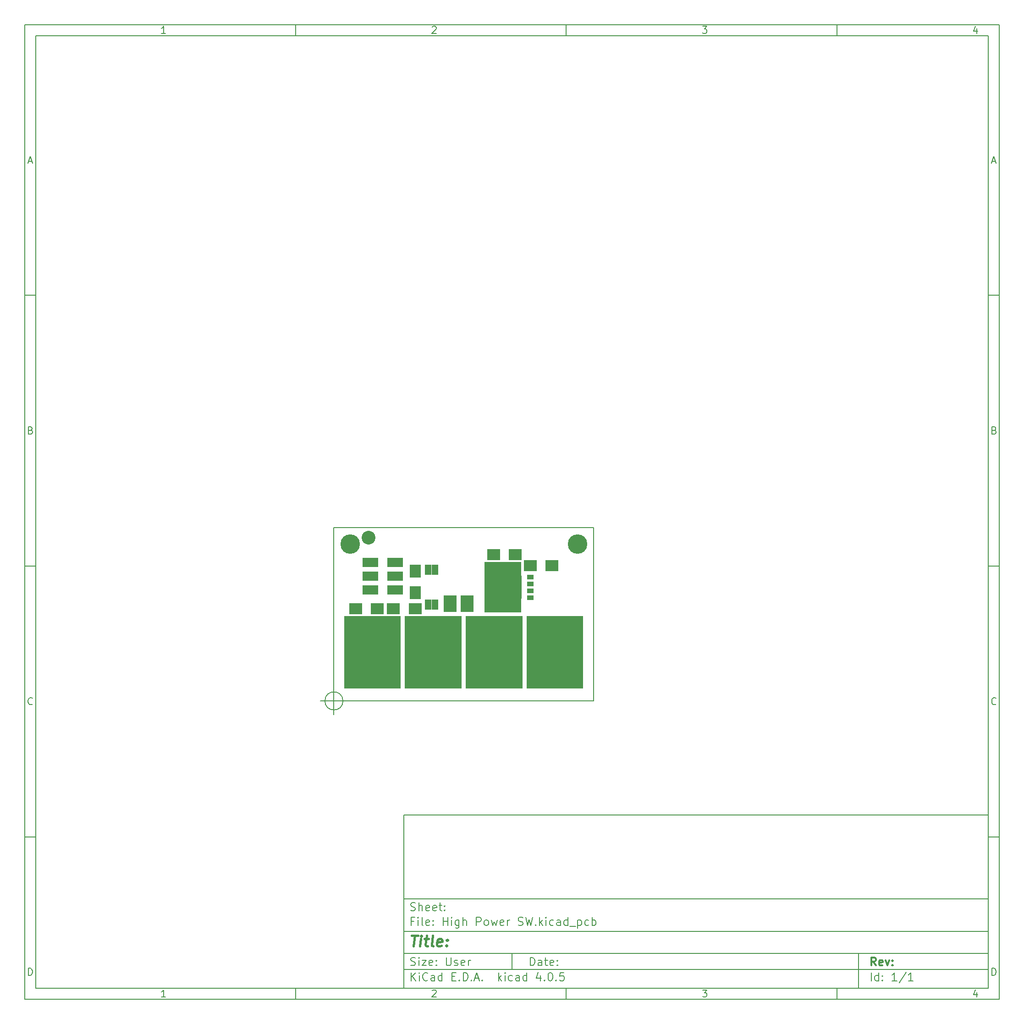
<source format=gbr>
G04 #@! TF.FileFunction,Soldermask,Top*
%FSLAX46Y46*%
G04 Gerber Fmt 4.6, Leading zero omitted, Abs format (unit mm)*
G04 Created by KiCad (PCBNEW 4.0.5) date 02/13/17 16:09:42*
%MOMM*%
%LPD*%
G01*
G04 APERTURE LIST*
%ADD10C,0.100000*%
%ADD11C,0.150000*%
%ADD12C,0.300000*%
%ADD13C,0.400000*%
%ADD14C,3.600000*%
%ADD15R,2.400000X2.100000*%
%ADD16C,2.540000*%
%ADD17R,1.150000X1.900000*%
%ADD18R,2.940000X1.670000*%
%ADD19R,2.100000X2.400000*%
%ADD20R,2.400000X3.100000*%
%ADD21R,6.900000X9.400000*%
%ADD22R,1.900000X1.900000*%
%ADD23R,1.290000X0.840000*%
%ADD24R,1.690000X4.840000*%
%ADD25R,3.440000X4.340000*%
%ADD26R,5.400000X5.400000*%
%ADD27R,5.400000X4.400000*%
G04 APERTURE END LIST*
D10*
D11*
X79999600Y-155999600D02*
X79999600Y-187999600D01*
X187999600Y-187999600D01*
X187999600Y-155999600D01*
X79999600Y-155999600D01*
D10*
D11*
X10000000Y-10000000D02*
X10000000Y-189999600D01*
X189999600Y-189999600D01*
X189999600Y-10000000D01*
X10000000Y-10000000D01*
D10*
D11*
X12000000Y-12000000D02*
X12000000Y-187999600D01*
X187999600Y-187999600D01*
X187999600Y-12000000D01*
X12000000Y-12000000D01*
D10*
D11*
X60000000Y-12000000D02*
X60000000Y-10000000D01*
D10*
D11*
X110000000Y-12000000D02*
X110000000Y-10000000D01*
D10*
D11*
X160000000Y-12000000D02*
X160000000Y-10000000D01*
D10*
D11*
X35990476Y-11588095D02*
X35247619Y-11588095D01*
X35619048Y-11588095D02*
X35619048Y-10288095D01*
X35495238Y-10473810D01*
X35371429Y-10597619D01*
X35247619Y-10659524D01*
D10*
D11*
X85247619Y-10411905D02*
X85309524Y-10350000D01*
X85433333Y-10288095D01*
X85742857Y-10288095D01*
X85866667Y-10350000D01*
X85928571Y-10411905D01*
X85990476Y-10535714D01*
X85990476Y-10659524D01*
X85928571Y-10845238D01*
X85185714Y-11588095D01*
X85990476Y-11588095D01*
D10*
D11*
X135185714Y-10288095D02*
X135990476Y-10288095D01*
X135557143Y-10783333D01*
X135742857Y-10783333D01*
X135866667Y-10845238D01*
X135928571Y-10907143D01*
X135990476Y-11030952D01*
X135990476Y-11340476D01*
X135928571Y-11464286D01*
X135866667Y-11526190D01*
X135742857Y-11588095D01*
X135371429Y-11588095D01*
X135247619Y-11526190D01*
X135185714Y-11464286D01*
D10*
D11*
X185866667Y-10721429D02*
X185866667Y-11588095D01*
X185557143Y-10226190D02*
X185247619Y-11154762D01*
X186052381Y-11154762D01*
D10*
D11*
X60000000Y-187999600D02*
X60000000Y-189999600D01*
D10*
D11*
X110000000Y-187999600D02*
X110000000Y-189999600D01*
D10*
D11*
X160000000Y-187999600D02*
X160000000Y-189999600D01*
D10*
D11*
X35990476Y-189587695D02*
X35247619Y-189587695D01*
X35619048Y-189587695D02*
X35619048Y-188287695D01*
X35495238Y-188473410D01*
X35371429Y-188597219D01*
X35247619Y-188659124D01*
D10*
D11*
X85247619Y-188411505D02*
X85309524Y-188349600D01*
X85433333Y-188287695D01*
X85742857Y-188287695D01*
X85866667Y-188349600D01*
X85928571Y-188411505D01*
X85990476Y-188535314D01*
X85990476Y-188659124D01*
X85928571Y-188844838D01*
X85185714Y-189587695D01*
X85990476Y-189587695D01*
D10*
D11*
X135185714Y-188287695D02*
X135990476Y-188287695D01*
X135557143Y-188782933D01*
X135742857Y-188782933D01*
X135866667Y-188844838D01*
X135928571Y-188906743D01*
X135990476Y-189030552D01*
X135990476Y-189340076D01*
X135928571Y-189463886D01*
X135866667Y-189525790D01*
X135742857Y-189587695D01*
X135371429Y-189587695D01*
X135247619Y-189525790D01*
X135185714Y-189463886D01*
D10*
D11*
X185866667Y-188721029D02*
X185866667Y-189587695D01*
X185557143Y-188225790D02*
X185247619Y-189154362D01*
X186052381Y-189154362D01*
D10*
D11*
X10000000Y-60000000D02*
X12000000Y-60000000D01*
D10*
D11*
X10000000Y-110000000D02*
X12000000Y-110000000D01*
D10*
D11*
X10000000Y-160000000D02*
X12000000Y-160000000D01*
D10*
D11*
X10690476Y-35216667D02*
X11309524Y-35216667D01*
X10566667Y-35588095D02*
X11000000Y-34288095D01*
X11433333Y-35588095D01*
D10*
D11*
X11092857Y-84907143D02*
X11278571Y-84969048D01*
X11340476Y-85030952D01*
X11402381Y-85154762D01*
X11402381Y-85340476D01*
X11340476Y-85464286D01*
X11278571Y-85526190D01*
X11154762Y-85588095D01*
X10659524Y-85588095D01*
X10659524Y-84288095D01*
X11092857Y-84288095D01*
X11216667Y-84350000D01*
X11278571Y-84411905D01*
X11340476Y-84535714D01*
X11340476Y-84659524D01*
X11278571Y-84783333D01*
X11216667Y-84845238D01*
X11092857Y-84907143D01*
X10659524Y-84907143D01*
D10*
D11*
X11402381Y-135464286D02*
X11340476Y-135526190D01*
X11154762Y-135588095D01*
X11030952Y-135588095D01*
X10845238Y-135526190D01*
X10721429Y-135402381D01*
X10659524Y-135278571D01*
X10597619Y-135030952D01*
X10597619Y-134845238D01*
X10659524Y-134597619D01*
X10721429Y-134473810D01*
X10845238Y-134350000D01*
X11030952Y-134288095D01*
X11154762Y-134288095D01*
X11340476Y-134350000D01*
X11402381Y-134411905D01*
D10*
D11*
X10659524Y-185588095D02*
X10659524Y-184288095D01*
X10969048Y-184288095D01*
X11154762Y-184350000D01*
X11278571Y-184473810D01*
X11340476Y-184597619D01*
X11402381Y-184845238D01*
X11402381Y-185030952D01*
X11340476Y-185278571D01*
X11278571Y-185402381D01*
X11154762Y-185526190D01*
X10969048Y-185588095D01*
X10659524Y-185588095D01*
D10*
D11*
X189999600Y-60000000D02*
X187999600Y-60000000D01*
D10*
D11*
X189999600Y-110000000D02*
X187999600Y-110000000D01*
D10*
D11*
X189999600Y-160000000D02*
X187999600Y-160000000D01*
D10*
D11*
X188690076Y-35216667D02*
X189309124Y-35216667D01*
X188566267Y-35588095D02*
X188999600Y-34288095D01*
X189432933Y-35588095D01*
D10*
D11*
X189092457Y-84907143D02*
X189278171Y-84969048D01*
X189340076Y-85030952D01*
X189401981Y-85154762D01*
X189401981Y-85340476D01*
X189340076Y-85464286D01*
X189278171Y-85526190D01*
X189154362Y-85588095D01*
X188659124Y-85588095D01*
X188659124Y-84288095D01*
X189092457Y-84288095D01*
X189216267Y-84350000D01*
X189278171Y-84411905D01*
X189340076Y-84535714D01*
X189340076Y-84659524D01*
X189278171Y-84783333D01*
X189216267Y-84845238D01*
X189092457Y-84907143D01*
X188659124Y-84907143D01*
D10*
D11*
X189401981Y-135464286D02*
X189340076Y-135526190D01*
X189154362Y-135588095D01*
X189030552Y-135588095D01*
X188844838Y-135526190D01*
X188721029Y-135402381D01*
X188659124Y-135278571D01*
X188597219Y-135030952D01*
X188597219Y-134845238D01*
X188659124Y-134597619D01*
X188721029Y-134473810D01*
X188844838Y-134350000D01*
X189030552Y-134288095D01*
X189154362Y-134288095D01*
X189340076Y-134350000D01*
X189401981Y-134411905D01*
D10*
D11*
X188659124Y-185588095D02*
X188659124Y-184288095D01*
X188968648Y-184288095D01*
X189154362Y-184350000D01*
X189278171Y-184473810D01*
X189340076Y-184597619D01*
X189401981Y-184845238D01*
X189401981Y-185030952D01*
X189340076Y-185278571D01*
X189278171Y-185402381D01*
X189154362Y-185526190D01*
X188968648Y-185588095D01*
X188659124Y-185588095D01*
D10*
D11*
X103356743Y-183778171D02*
X103356743Y-182278171D01*
X103713886Y-182278171D01*
X103928171Y-182349600D01*
X104071029Y-182492457D01*
X104142457Y-182635314D01*
X104213886Y-182921029D01*
X104213886Y-183135314D01*
X104142457Y-183421029D01*
X104071029Y-183563886D01*
X103928171Y-183706743D01*
X103713886Y-183778171D01*
X103356743Y-183778171D01*
X105499600Y-183778171D02*
X105499600Y-182992457D01*
X105428171Y-182849600D01*
X105285314Y-182778171D01*
X104999600Y-182778171D01*
X104856743Y-182849600D01*
X105499600Y-183706743D02*
X105356743Y-183778171D01*
X104999600Y-183778171D01*
X104856743Y-183706743D01*
X104785314Y-183563886D01*
X104785314Y-183421029D01*
X104856743Y-183278171D01*
X104999600Y-183206743D01*
X105356743Y-183206743D01*
X105499600Y-183135314D01*
X105999600Y-182778171D02*
X106571029Y-182778171D01*
X106213886Y-182278171D02*
X106213886Y-183563886D01*
X106285314Y-183706743D01*
X106428172Y-183778171D01*
X106571029Y-183778171D01*
X107642457Y-183706743D02*
X107499600Y-183778171D01*
X107213886Y-183778171D01*
X107071029Y-183706743D01*
X106999600Y-183563886D01*
X106999600Y-182992457D01*
X107071029Y-182849600D01*
X107213886Y-182778171D01*
X107499600Y-182778171D01*
X107642457Y-182849600D01*
X107713886Y-182992457D01*
X107713886Y-183135314D01*
X106999600Y-183278171D01*
X108356743Y-183635314D02*
X108428171Y-183706743D01*
X108356743Y-183778171D01*
X108285314Y-183706743D01*
X108356743Y-183635314D01*
X108356743Y-183778171D01*
X108356743Y-182849600D02*
X108428171Y-182921029D01*
X108356743Y-182992457D01*
X108285314Y-182921029D01*
X108356743Y-182849600D01*
X108356743Y-182992457D01*
D10*
D11*
X79999600Y-184499600D02*
X187999600Y-184499600D01*
D10*
D11*
X81356743Y-186578171D02*
X81356743Y-185078171D01*
X82213886Y-186578171D02*
X81571029Y-185721029D01*
X82213886Y-185078171D02*
X81356743Y-185935314D01*
X82856743Y-186578171D02*
X82856743Y-185578171D01*
X82856743Y-185078171D02*
X82785314Y-185149600D01*
X82856743Y-185221029D01*
X82928171Y-185149600D01*
X82856743Y-185078171D01*
X82856743Y-185221029D01*
X84428172Y-186435314D02*
X84356743Y-186506743D01*
X84142457Y-186578171D01*
X83999600Y-186578171D01*
X83785315Y-186506743D01*
X83642457Y-186363886D01*
X83571029Y-186221029D01*
X83499600Y-185935314D01*
X83499600Y-185721029D01*
X83571029Y-185435314D01*
X83642457Y-185292457D01*
X83785315Y-185149600D01*
X83999600Y-185078171D01*
X84142457Y-185078171D01*
X84356743Y-185149600D01*
X84428172Y-185221029D01*
X85713886Y-186578171D02*
X85713886Y-185792457D01*
X85642457Y-185649600D01*
X85499600Y-185578171D01*
X85213886Y-185578171D01*
X85071029Y-185649600D01*
X85713886Y-186506743D02*
X85571029Y-186578171D01*
X85213886Y-186578171D01*
X85071029Y-186506743D01*
X84999600Y-186363886D01*
X84999600Y-186221029D01*
X85071029Y-186078171D01*
X85213886Y-186006743D01*
X85571029Y-186006743D01*
X85713886Y-185935314D01*
X87071029Y-186578171D02*
X87071029Y-185078171D01*
X87071029Y-186506743D02*
X86928172Y-186578171D01*
X86642458Y-186578171D01*
X86499600Y-186506743D01*
X86428172Y-186435314D01*
X86356743Y-186292457D01*
X86356743Y-185863886D01*
X86428172Y-185721029D01*
X86499600Y-185649600D01*
X86642458Y-185578171D01*
X86928172Y-185578171D01*
X87071029Y-185649600D01*
X88928172Y-185792457D02*
X89428172Y-185792457D01*
X89642458Y-186578171D02*
X88928172Y-186578171D01*
X88928172Y-185078171D01*
X89642458Y-185078171D01*
X90285315Y-186435314D02*
X90356743Y-186506743D01*
X90285315Y-186578171D01*
X90213886Y-186506743D01*
X90285315Y-186435314D01*
X90285315Y-186578171D01*
X90999601Y-186578171D02*
X90999601Y-185078171D01*
X91356744Y-185078171D01*
X91571029Y-185149600D01*
X91713887Y-185292457D01*
X91785315Y-185435314D01*
X91856744Y-185721029D01*
X91856744Y-185935314D01*
X91785315Y-186221029D01*
X91713887Y-186363886D01*
X91571029Y-186506743D01*
X91356744Y-186578171D01*
X90999601Y-186578171D01*
X92499601Y-186435314D02*
X92571029Y-186506743D01*
X92499601Y-186578171D01*
X92428172Y-186506743D01*
X92499601Y-186435314D01*
X92499601Y-186578171D01*
X93142458Y-186149600D02*
X93856744Y-186149600D01*
X92999601Y-186578171D02*
X93499601Y-185078171D01*
X93999601Y-186578171D01*
X94499601Y-186435314D02*
X94571029Y-186506743D01*
X94499601Y-186578171D01*
X94428172Y-186506743D01*
X94499601Y-186435314D01*
X94499601Y-186578171D01*
X97499601Y-186578171D02*
X97499601Y-185078171D01*
X97642458Y-186006743D02*
X98071029Y-186578171D01*
X98071029Y-185578171D02*
X97499601Y-186149600D01*
X98713887Y-186578171D02*
X98713887Y-185578171D01*
X98713887Y-185078171D02*
X98642458Y-185149600D01*
X98713887Y-185221029D01*
X98785315Y-185149600D01*
X98713887Y-185078171D01*
X98713887Y-185221029D01*
X100071030Y-186506743D02*
X99928173Y-186578171D01*
X99642459Y-186578171D01*
X99499601Y-186506743D01*
X99428173Y-186435314D01*
X99356744Y-186292457D01*
X99356744Y-185863886D01*
X99428173Y-185721029D01*
X99499601Y-185649600D01*
X99642459Y-185578171D01*
X99928173Y-185578171D01*
X100071030Y-185649600D01*
X101356744Y-186578171D02*
X101356744Y-185792457D01*
X101285315Y-185649600D01*
X101142458Y-185578171D01*
X100856744Y-185578171D01*
X100713887Y-185649600D01*
X101356744Y-186506743D02*
X101213887Y-186578171D01*
X100856744Y-186578171D01*
X100713887Y-186506743D01*
X100642458Y-186363886D01*
X100642458Y-186221029D01*
X100713887Y-186078171D01*
X100856744Y-186006743D01*
X101213887Y-186006743D01*
X101356744Y-185935314D01*
X102713887Y-186578171D02*
X102713887Y-185078171D01*
X102713887Y-186506743D02*
X102571030Y-186578171D01*
X102285316Y-186578171D01*
X102142458Y-186506743D01*
X102071030Y-186435314D01*
X101999601Y-186292457D01*
X101999601Y-185863886D01*
X102071030Y-185721029D01*
X102142458Y-185649600D01*
X102285316Y-185578171D01*
X102571030Y-185578171D01*
X102713887Y-185649600D01*
X105213887Y-185578171D02*
X105213887Y-186578171D01*
X104856744Y-185006743D02*
X104499601Y-186078171D01*
X105428173Y-186078171D01*
X105999601Y-186435314D02*
X106071029Y-186506743D01*
X105999601Y-186578171D01*
X105928172Y-186506743D01*
X105999601Y-186435314D01*
X105999601Y-186578171D01*
X106999601Y-185078171D02*
X107142458Y-185078171D01*
X107285315Y-185149600D01*
X107356744Y-185221029D01*
X107428173Y-185363886D01*
X107499601Y-185649600D01*
X107499601Y-186006743D01*
X107428173Y-186292457D01*
X107356744Y-186435314D01*
X107285315Y-186506743D01*
X107142458Y-186578171D01*
X106999601Y-186578171D01*
X106856744Y-186506743D01*
X106785315Y-186435314D01*
X106713887Y-186292457D01*
X106642458Y-186006743D01*
X106642458Y-185649600D01*
X106713887Y-185363886D01*
X106785315Y-185221029D01*
X106856744Y-185149600D01*
X106999601Y-185078171D01*
X108142458Y-186435314D02*
X108213886Y-186506743D01*
X108142458Y-186578171D01*
X108071029Y-186506743D01*
X108142458Y-186435314D01*
X108142458Y-186578171D01*
X109571030Y-185078171D02*
X108856744Y-185078171D01*
X108785315Y-185792457D01*
X108856744Y-185721029D01*
X108999601Y-185649600D01*
X109356744Y-185649600D01*
X109499601Y-185721029D01*
X109571030Y-185792457D01*
X109642458Y-185935314D01*
X109642458Y-186292457D01*
X109571030Y-186435314D01*
X109499601Y-186506743D01*
X109356744Y-186578171D01*
X108999601Y-186578171D01*
X108856744Y-186506743D01*
X108785315Y-186435314D01*
D10*
D11*
X79999600Y-181499600D02*
X187999600Y-181499600D01*
D10*
D12*
X167213886Y-183778171D02*
X166713886Y-183063886D01*
X166356743Y-183778171D02*
X166356743Y-182278171D01*
X166928171Y-182278171D01*
X167071029Y-182349600D01*
X167142457Y-182421029D01*
X167213886Y-182563886D01*
X167213886Y-182778171D01*
X167142457Y-182921029D01*
X167071029Y-182992457D01*
X166928171Y-183063886D01*
X166356743Y-183063886D01*
X168428171Y-183706743D02*
X168285314Y-183778171D01*
X167999600Y-183778171D01*
X167856743Y-183706743D01*
X167785314Y-183563886D01*
X167785314Y-182992457D01*
X167856743Y-182849600D01*
X167999600Y-182778171D01*
X168285314Y-182778171D01*
X168428171Y-182849600D01*
X168499600Y-182992457D01*
X168499600Y-183135314D01*
X167785314Y-183278171D01*
X168999600Y-182778171D02*
X169356743Y-183778171D01*
X169713885Y-182778171D01*
X170285314Y-183635314D02*
X170356742Y-183706743D01*
X170285314Y-183778171D01*
X170213885Y-183706743D01*
X170285314Y-183635314D01*
X170285314Y-183778171D01*
X170285314Y-182849600D02*
X170356742Y-182921029D01*
X170285314Y-182992457D01*
X170213885Y-182921029D01*
X170285314Y-182849600D01*
X170285314Y-182992457D01*
D10*
D11*
X81285314Y-183706743D02*
X81499600Y-183778171D01*
X81856743Y-183778171D01*
X81999600Y-183706743D01*
X82071029Y-183635314D01*
X82142457Y-183492457D01*
X82142457Y-183349600D01*
X82071029Y-183206743D01*
X81999600Y-183135314D01*
X81856743Y-183063886D01*
X81571029Y-182992457D01*
X81428171Y-182921029D01*
X81356743Y-182849600D01*
X81285314Y-182706743D01*
X81285314Y-182563886D01*
X81356743Y-182421029D01*
X81428171Y-182349600D01*
X81571029Y-182278171D01*
X81928171Y-182278171D01*
X82142457Y-182349600D01*
X82785314Y-183778171D02*
X82785314Y-182778171D01*
X82785314Y-182278171D02*
X82713885Y-182349600D01*
X82785314Y-182421029D01*
X82856742Y-182349600D01*
X82785314Y-182278171D01*
X82785314Y-182421029D01*
X83356743Y-182778171D02*
X84142457Y-182778171D01*
X83356743Y-183778171D01*
X84142457Y-183778171D01*
X85285314Y-183706743D02*
X85142457Y-183778171D01*
X84856743Y-183778171D01*
X84713886Y-183706743D01*
X84642457Y-183563886D01*
X84642457Y-182992457D01*
X84713886Y-182849600D01*
X84856743Y-182778171D01*
X85142457Y-182778171D01*
X85285314Y-182849600D01*
X85356743Y-182992457D01*
X85356743Y-183135314D01*
X84642457Y-183278171D01*
X85999600Y-183635314D02*
X86071028Y-183706743D01*
X85999600Y-183778171D01*
X85928171Y-183706743D01*
X85999600Y-183635314D01*
X85999600Y-183778171D01*
X85999600Y-182849600D02*
X86071028Y-182921029D01*
X85999600Y-182992457D01*
X85928171Y-182921029D01*
X85999600Y-182849600D01*
X85999600Y-182992457D01*
X87856743Y-182278171D02*
X87856743Y-183492457D01*
X87928171Y-183635314D01*
X87999600Y-183706743D01*
X88142457Y-183778171D01*
X88428171Y-183778171D01*
X88571029Y-183706743D01*
X88642457Y-183635314D01*
X88713886Y-183492457D01*
X88713886Y-182278171D01*
X89356743Y-183706743D02*
X89499600Y-183778171D01*
X89785315Y-183778171D01*
X89928172Y-183706743D01*
X89999600Y-183563886D01*
X89999600Y-183492457D01*
X89928172Y-183349600D01*
X89785315Y-183278171D01*
X89571029Y-183278171D01*
X89428172Y-183206743D01*
X89356743Y-183063886D01*
X89356743Y-182992457D01*
X89428172Y-182849600D01*
X89571029Y-182778171D01*
X89785315Y-182778171D01*
X89928172Y-182849600D01*
X91213886Y-183706743D02*
X91071029Y-183778171D01*
X90785315Y-183778171D01*
X90642458Y-183706743D01*
X90571029Y-183563886D01*
X90571029Y-182992457D01*
X90642458Y-182849600D01*
X90785315Y-182778171D01*
X91071029Y-182778171D01*
X91213886Y-182849600D01*
X91285315Y-182992457D01*
X91285315Y-183135314D01*
X90571029Y-183278171D01*
X91928172Y-183778171D02*
X91928172Y-182778171D01*
X91928172Y-183063886D02*
X91999600Y-182921029D01*
X92071029Y-182849600D01*
X92213886Y-182778171D01*
X92356743Y-182778171D01*
D10*
D11*
X166356743Y-186578171D02*
X166356743Y-185078171D01*
X167713886Y-186578171D02*
X167713886Y-185078171D01*
X167713886Y-186506743D02*
X167571029Y-186578171D01*
X167285315Y-186578171D01*
X167142457Y-186506743D01*
X167071029Y-186435314D01*
X166999600Y-186292457D01*
X166999600Y-185863886D01*
X167071029Y-185721029D01*
X167142457Y-185649600D01*
X167285315Y-185578171D01*
X167571029Y-185578171D01*
X167713886Y-185649600D01*
X168428172Y-186435314D02*
X168499600Y-186506743D01*
X168428172Y-186578171D01*
X168356743Y-186506743D01*
X168428172Y-186435314D01*
X168428172Y-186578171D01*
X168428172Y-185649600D02*
X168499600Y-185721029D01*
X168428172Y-185792457D01*
X168356743Y-185721029D01*
X168428172Y-185649600D01*
X168428172Y-185792457D01*
X171071029Y-186578171D02*
X170213886Y-186578171D01*
X170642458Y-186578171D02*
X170642458Y-185078171D01*
X170499601Y-185292457D01*
X170356743Y-185435314D01*
X170213886Y-185506743D01*
X172785314Y-185006743D02*
X171499600Y-186935314D01*
X174071029Y-186578171D02*
X173213886Y-186578171D01*
X173642458Y-186578171D02*
X173642458Y-185078171D01*
X173499601Y-185292457D01*
X173356743Y-185435314D01*
X173213886Y-185506743D01*
D10*
D11*
X79999600Y-177499600D02*
X187999600Y-177499600D01*
D10*
D13*
X81451981Y-178204362D02*
X82594838Y-178204362D01*
X81773410Y-180204362D02*
X82023410Y-178204362D01*
X83011505Y-180204362D02*
X83178171Y-178871029D01*
X83261505Y-178204362D02*
X83154362Y-178299600D01*
X83237695Y-178394838D01*
X83344839Y-178299600D01*
X83261505Y-178204362D01*
X83237695Y-178394838D01*
X83844838Y-178871029D02*
X84606743Y-178871029D01*
X84213886Y-178204362D02*
X83999600Y-179918648D01*
X84071030Y-180109124D01*
X84249601Y-180204362D01*
X84440077Y-180204362D01*
X85392458Y-180204362D02*
X85213887Y-180109124D01*
X85142457Y-179918648D01*
X85356743Y-178204362D01*
X86928172Y-180109124D02*
X86725791Y-180204362D01*
X86344839Y-180204362D01*
X86166267Y-180109124D01*
X86094838Y-179918648D01*
X86190076Y-179156743D01*
X86309124Y-178966267D01*
X86511505Y-178871029D01*
X86892457Y-178871029D01*
X87071029Y-178966267D01*
X87142457Y-179156743D01*
X87118648Y-179347219D01*
X86142457Y-179537695D01*
X87892457Y-180013886D02*
X87975792Y-180109124D01*
X87868648Y-180204362D01*
X87785315Y-180109124D01*
X87892457Y-180013886D01*
X87868648Y-180204362D01*
X88023410Y-178966267D02*
X88106744Y-179061505D01*
X87999600Y-179156743D01*
X87916267Y-179061505D01*
X88023410Y-178966267D01*
X87999600Y-179156743D01*
D10*
D11*
X81856743Y-175592457D02*
X81356743Y-175592457D01*
X81356743Y-176378171D02*
X81356743Y-174878171D01*
X82071029Y-174878171D01*
X82642457Y-176378171D02*
X82642457Y-175378171D01*
X82642457Y-174878171D02*
X82571028Y-174949600D01*
X82642457Y-175021029D01*
X82713885Y-174949600D01*
X82642457Y-174878171D01*
X82642457Y-175021029D01*
X83571029Y-176378171D02*
X83428171Y-176306743D01*
X83356743Y-176163886D01*
X83356743Y-174878171D01*
X84713885Y-176306743D02*
X84571028Y-176378171D01*
X84285314Y-176378171D01*
X84142457Y-176306743D01*
X84071028Y-176163886D01*
X84071028Y-175592457D01*
X84142457Y-175449600D01*
X84285314Y-175378171D01*
X84571028Y-175378171D01*
X84713885Y-175449600D01*
X84785314Y-175592457D01*
X84785314Y-175735314D01*
X84071028Y-175878171D01*
X85428171Y-176235314D02*
X85499599Y-176306743D01*
X85428171Y-176378171D01*
X85356742Y-176306743D01*
X85428171Y-176235314D01*
X85428171Y-176378171D01*
X85428171Y-175449600D02*
X85499599Y-175521029D01*
X85428171Y-175592457D01*
X85356742Y-175521029D01*
X85428171Y-175449600D01*
X85428171Y-175592457D01*
X87285314Y-176378171D02*
X87285314Y-174878171D01*
X87285314Y-175592457D02*
X88142457Y-175592457D01*
X88142457Y-176378171D02*
X88142457Y-174878171D01*
X88856743Y-176378171D02*
X88856743Y-175378171D01*
X88856743Y-174878171D02*
X88785314Y-174949600D01*
X88856743Y-175021029D01*
X88928171Y-174949600D01*
X88856743Y-174878171D01*
X88856743Y-175021029D01*
X90213886Y-175378171D02*
X90213886Y-176592457D01*
X90142457Y-176735314D01*
X90071029Y-176806743D01*
X89928172Y-176878171D01*
X89713886Y-176878171D01*
X89571029Y-176806743D01*
X90213886Y-176306743D02*
X90071029Y-176378171D01*
X89785315Y-176378171D01*
X89642457Y-176306743D01*
X89571029Y-176235314D01*
X89499600Y-176092457D01*
X89499600Y-175663886D01*
X89571029Y-175521029D01*
X89642457Y-175449600D01*
X89785315Y-175378171D01*
X90071029Y-175378171D01*
X90213886Y-175449600D01*
X90928172Y-176378171D02*
X90928172Y-174878171D01*
X91571029Y-176378171D02*
X91571029Y-175592457D01*
X91499600Y-175449600D01*
X91356743Y-175378171D01*
X91142458Y-175378171D01*
X90999600Y-175449600D01*
X90928172Y-175521029D01*
X93428172Y-176378171D02*
X93428172Y-174878171D01*
X93999600Y-174878171D01*
X94142458Y-174949600D01*
X94213886Y-175021029D01*
X94285315Y-175163886D01*
X94285315Y-175378171D01*
X94213886Y-175521029D01*
X94142458Y-175592457D01*
X93999600Y-175663886D01*
X93428172Y-175663886D01*
X95142458Y-176378171D02*
X94999600Y-176306743D01*
X94928172Y-176235314D01*
X94856743Y-176092457D01*
X94856743Y-175663886D01*
X94928172Y-175521029D01*
X94999600Y-175449600D01*
X95142458Y-175378171D01*
X95356743Y-175378171D01*
X95499600Y-175449600D01*
X95571029Y-175521029D01*
X95642458Y-175663886D01*
X95642458Y-176092457D01*
X95571029Y-176235314D01*
X95499600Y-176306743D01*
X95356743Y-176378171D01*
X95142458Y-176378171D01*
X96142458Y-175378171D02*
X96428172Y-176378171D01*
X96713886Y-175663886D01*
X96999601Y-176378171D01*
X97285315Y-175378171D01*
X98428172Y-176306743D02*
X98285315Y-176378171D01*
X97999601Y-176378171D01*
X97856744Y-176306743D01*
X97785315Y-176163886D01*
X97785315Y-175592457D01*
X97856744Y-175449600D01*
X97999601Y-175378171D01*
X98285315Y-175378171D01*
X98428172Y-175449600D01*
X98499601Y-175592457D01*
X98499601Y-175735314D01*
X97785315Y-175878171D01*
X99142458Y-176378171D02*
X99142458Y-175378171D01*
X99142458Y-175663886D02*
X99213886Y-175521029D01*
X99285315Y-175449600D01*
X99428172Y-175378171D01*
X99571029Y-175378171D01*
X101142457Y-176306743D02*
X101356743Y-176378171D01*
X101713886Y-176378171D01*
X101856743Y-176306743D01*
X101928172Y-176235314D01*
X101999600Y-176092457D01*
X101999600Y-175949600D01*
X101928172Y-175806743D01*
X101856743Y-175735314D01*
X101713886Y-175663886D01*
X101428172Y-175592457D01*
X101285314Y-175521029D01*
X101213886Y-175449600D01*
X101142457Y-175306743D01*
X101142457Y-175163886D01*
X101213886Y-175021029D01*
X101285314Y-174949600D01*
X101428172Y-174878171D01*
X101785314Y-174878171D01*
X101999600Y-174949600D01*
X102499600Y-174878171D02*
X102856743Y-176378171D01*
X103142457Y-175306743D01*
X103428171Y-176378171D01*
X103785314Y-174878171D01*
X104356743Y-176235314D02*
X104428171Y-176306743D01*
X104356743Y-176378171D01*
X104285314Y-176306743D01*
X104356743Y-176235314D01*
X104356743Y-176378171D01*
X105071029Y-176378171D02*
X105071029Y-174878171D01*
X105213886Y-175806743D02*
X105642457Y-176378171D01*
X105642457Y-175378171D02*
X105071029Y-175949600D01*
X106285315Y-176378171D02*
X106285315Y-175378171D01*
X106285315Y-174878171D02*
X106213886Y-174949600D01*
X106285315Y-175021029D01*
X106356743Y-174949600D01*
X106285315Y-174878171D01*
X106285315Y-175021029D01*
X107642458Y-176306743D02*
X107499601Y-176378171D01*
X107213887Y-176378171D01*
X107071029Y-176306743D01*
X106999601Y-176235314D01*
X106928172Y-176092457D01*
X106928172Y-175663886D01*
X106999601Y-175521029D01*
X107071029Y-175449600D01*
X107213887Y-175378171D01*
X107499601Y-175378171D01*
X107642458Y-175449600D01*
X108928172Y-176378171D02*
X108928172Y-175592457D01*
X108856743Y-175449600D01*
X108713886Y-175378171D01*
X108428172Y-175378171D01*
X108285315Y-175449600D01*
X108928172Y-176306743D02*
X108785315Y-176378171D01*
X108428172Y-176378171D01*
X108285315Y-176306743D01*
X108213886Y-176163886D01*
X108213886Y-176021029D01*
X108285315Y-175878171D01*
X108428172Y-175806743D01*
X108785315Y-175806743D01*
X108928172Y-175735314D01*
X110285315Y-176378171D02*
X110285315Y-174878171D01*
X110285315Y-176306743D02*
X110142458Y-176378171D01*
X109856744Y-176378171D01*
X109713886Y-176306743D01*
X109642458Y-176235314D01*
X109571029Y-176092457D01*
X109571029Y-175663886D01*
X109642458Y-175521029D01*
X109713886Y-175449600D01*
X109856744Y-175378171D01*
X110142458Y-175378171D01*
X110285315Y-175449600D01*
X110642458Y-176521029D02*
X111785315Y-176521029D01*
X112142458Y-175378171D02*
X112142458Y-176878171D01*
X112142458Y-175449600D02*
X112285315Y-175378171D01*
X112571029Y-175378171D01*
X112713886Y-175449600D01*
X112785315Y-175521029D01*
X112856744Y-175663886D01*
X112856744Y-176092457D01*
X112785315Y-176235314D01*
X112713886Y-176306743D01*
X112571029Y-176378171D01*
X112285315Y-176378171D01*
X112142458Y-176306743D01*
X114142458Y-176306743D02*
X113999601Y-176378171D01*
X113713887Y-176378171D01*
X113571029Y-176306743D01*
X113499601Y-176235314D01*
X113428172Y-176092457D01*
X113428172Y-175663886D01*
X113499601Y-175521029D01*
X113571029Y-175449600D01*
X113713887Y-175378171D01*
X113999601Y-175378171D01*
X114142458Y-175449600D01*
X114785315Y-176378171D02*
X114785315Y-174878171D01*
X114785315Y-175449600D02*
X114928172Y-175378171D01*
X115213886Y-175378171D01*
X115356743Y-175449600D01*
X115428172Y-175521029D01*
X115499601Y-175663886D01*
X115499601Y-176092457D01*
X115428172Y-176235314D01*
X115356743Y-176306743D01*
X115213886Y-176378171D01*
X114928172Y-176378171D01*
X114785315Y-176306743D01*
D10*
D11*
X79999600Y-171499600D02*
X187999600Y-171499600D01*
D10*
D11*
X81285314Y-173606743D02*
X81499600Y-173678171D01*
X81856743Y-173678171D01*
X81999600Y-173606743D01*
X82071029Y-173535314D01*
X82142457Y-173392457D01*
X82142457Y-173249600D01*
X82071029Y-173106743D01*
X81999600Y-173035314D01*
X81856743Y-172963886D01*
X81571029Y-172892457D01*
X81428171Y-172821029D01*
X81356743Y-172749600D01*
X81285314Y-172606743D01*
X81285314Y-172463886D01*
X81356743Y-172321029D01*
X81428171Y-172249600D01*
X81571029Y-172178171D01*
X81928171Y-172178171D01*
X82142457Y-172249600D01*
X82785314Y-173678171D02*
X82785314Y-172178171D01*
X83428171Y-173678171D02*
X83428171Y-172892457D01*
X83356742Y-172749600D01*
X83213885Y-172678171D01*
X82999600Y-172678171D01*
X82856742Y-172749600D01*
X82785314Y-172821029D01*
X84713885Y-173606743D02*
X84571028Y-173678171D01*
X84285314Y-173678171D01*
X84142457Y-173606743D01*
X84071028Y-173463886D01*
X84071028Y-172892457D01*
X84142457Y-172749600D01*
X84285314Y-172678171D01*
X84571028Y-172678171D01*
X84713885Y-172749600D01*
X84785314Y-172892457D01*
X84785314Y-173035314D01*
X84071028Y-173178171D01*
X85999599Y-173606743D02*
X85856742Y-173678171D01*
X85571028Y-173678171D01*
X85428171Y-173606743D01*
X85356742Y-173463886D01*
X85356742Y-172892457D01*
X85428171Y-172749600D01*
X85571028Y-172678171D01*
X85856742Y-172678171D01*
X85999599Y-172749600D01*
X86071028Y-172892457D01*
X86071028Y-173035314D01*
X85356742Y-173178171D01*
X86499599Y-172678171D02*
X87071028Y-172678171D01*
X86713885Y-172178171D02*
X86713885Y-173463886D01*
X86785313Y-173606743D01*
X86928171Y-173678171D01*
X87071028Y-173678171D01*
X87571028Y-173535314D02*
X87642456Y-173606743D01*
X87571028Y-173678171D01*
X87499599Y-173606743D01*
X87571028Y-173535314D01*
X87571028Y-173678171D01*
X87571028Y-172749600D02*
X87642456Y-172821029D01*
X87571028Y-172892457D01*
X87499599Y-172821029D01*
X87571028Y-172749600D01*
X87571028Y-172892457D01*
D10*
D11*
X99999600Y-181499600D02*
X99999600Y-184499600D01*
D10*
D11*
X163999600Y-181499600D02*
X163999600Y-187999600D01*
X67100000Y-102900000D02*
X67100000Y-134900000D01*
X115100000Y-102900000D02*
X67100000Y-102900000D01*
X115100000Y-134900000D02*
X115100000Y-102900000D01*
X68766666Y-134900000D02*
G75*
G03X68766666Y-134900000I-1666666J0D01*
G01*
X64600000Y-134900000D02*
X69600000Y-134900000D01*
X67100000Y-132400000D02*
X67100000Y-137400000D01*
X115100000Y-134900000D02*
X67100000Y-134900000D01*
X68766666Y-134900000D02*
G75*
G03X68766666Y-134900000I-1666666J0D01*
G01*
X64600000Y-134900000D02*
X69600000Y-134900000D01*
X67100000Y-132400000D02*
X67100000Y-137400000D01*
D14*
X70100000Y-105900000D03*
X112100000Y-105900000D03*
D15*
X78100000Y-117900000D03*
X82100000Y-117900000D03*
X96600000Y-107900000D03*
X100600000Y-107900000D03*
X103350000Y-109900000D03*
X107350000Y-109900000D03*
X75100000Y-117900000D03*
X71100000Y-117900000D03*
D16*
X73500000Y-104750000D03*
D17*
X85770000Y-110650000D03*
X84500000Y-110650000D03*
X84500000Y-117150000D03*
X85770000Y-117150000D03*
D18*
X73830000Y-114440000D03*
X78370000Y-114440000D03*
X78370000Y-111900000D03*
X73830000Y-111900000D03*
X73830000Y-109360000D03*
X78370000Y-109360000D03*
D19*
X82100000Y-110900000D03*
X82100000Y-114900000D03*
D20*
X91700000Y-116900000D03*
X88600000Y-116900000D03*
D21*
X98310000Y-113900000D03*
D22*
X96560000Y-117400000D03*
X96560000Y-110400000D03*
X98560000Y-110400000D03*
X100560000Y-110400000D03*
X98560000Y-117400000D03*
X95810000Y-112150000D03*
X95810000Y-115650000D03*
X100560000Y-117400000D03*
D23*
X103390000Y-114540000D03*
X103390000Y-115810000D03*
X103390000Y-113260000D03*
D24*
X97910000Y-113900000D03*
D25*
X100110000Y-113900000D03*
D23*
X103390000Y-111990000D03*
D21*
X98310000Y-113900000D03*
D22*
X95810000Y-113900000D03*
D26*
X71680000Y-129900000D03*
X76690000Y-129900000D03*
D27*
X71680000Y-125900000D03*
X76690000Y-125900000D03*
D26*
X71680000Y-121900000D03*
X76690000Y-121900000D03*
X94180000Y-129900000D03*
X99190000Y-129900000D03*
D27*
X94180000Y-125900000D03*
X99190000Y-125900000D03*
D26*
X94180000Y-121900000D03*
X99190000Y-121900000D03*
X82930000Y-129900000D03*
X87940000Y-129900000D03*
D27*
X82930000Y-125900000D03*
X87940000Y-125900000D03*
D26*
X82930000Y-121900000D03*
X87940000Y-121900000D03*
X105430000Y-129900000D03*
X110440000Y-129900000D03*
D27*
X105430000Y-125900000D03*
X110440000Y-125900000D03*
D26*
X105430000Y-121900000D03*
X110440000Y-121900000D03*
M02*

</source>
